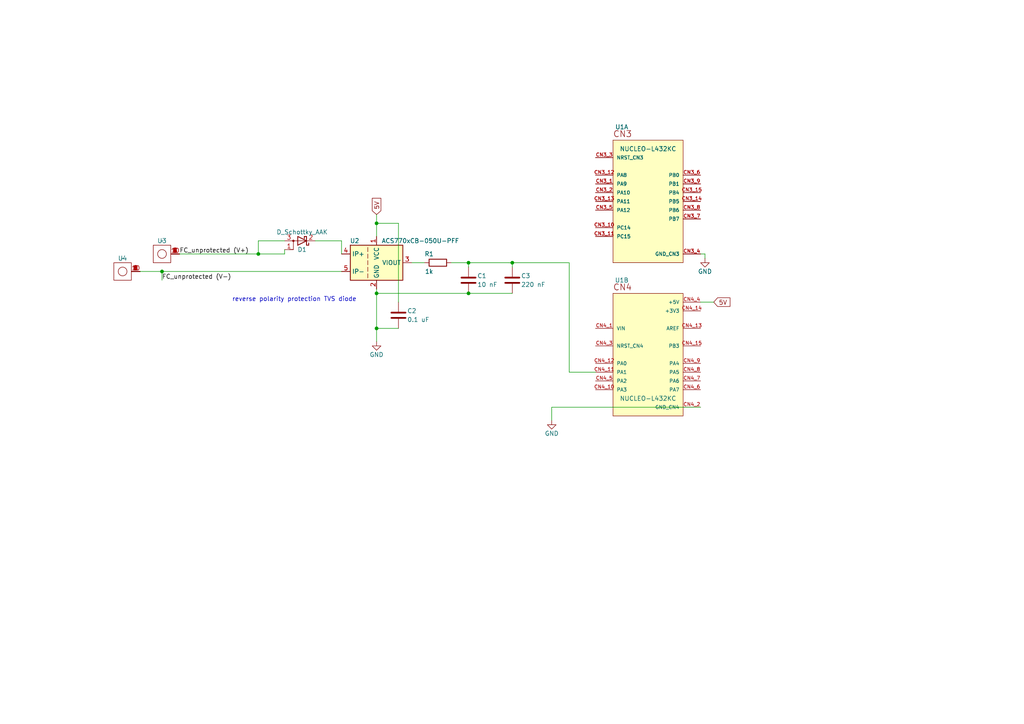
<source format=kicad_sch>
(kicad_sch (version 20230121) (generator eeschema)
  (paper "A4")
  (lib_symbols
    (symbol "Custom-Part-Symbol:NUCLEO-L432KC" (pin_names (offset 1.016))
      (property "Reference" "U" (at -10.16 21.082 0))
      (property "Value" "NUCLEO-L432KC" (at -10.16 -20.32 0))
      (symbol "NUCLEO-L432KC_1_0"
        (rectangle (start -10.16 17.78) (end 10.16 -17.78) (stroke (width 0.1524)) (fill (type background)))
        (text "CN3" (at -10.16 18.542 0) (effects (font (size 1.778 1.778)) (justify left bottom)))
        (pin bidirectional line (at -15.24 5.08 0) (length 5.08) (name "PA9") (number "CN3_1"))
        (pin bidirectional line (at -15.24 -7.62 0) (length 5.08) (name "PC14") (number "CN3_10"))
        (pin bidirectional line (at -15.24 -10.16 0) (length 5.08) (name "PC15") (number "CN3_11"))
        (pin bidirectional line (at -15.24 7.62 0) (length 5.08) (name "PA8") (number "CN3_12"))
        (pin bidirectional line (at -15.24 0 0) (length 5.08) (name "PA11") (number "CN3_13"))
        (pin bidirectional line (at 15.24 0 180) (length 5.08) (name "PB5") (number "CN3_14"))
        (pin bidirectional line (at 15.24 2.54 180) (length 5.08) (name "PB4") (number "CN3_15"))
        (pin bidirectional line (at -15.24 2.54 0) (length 5.08) (name "PA10") (number "CN3_2"))
        (pin bidirectional line (at -15.24 12.7 0) (length 5.08) (name "NRST_CN3") (number "CN3_3"))
        (pin power_in line (at 15.24 -15.24 180) (length 5.08) (name "GND_CN3") (number "CN3_4"))
        (pin bidirectional line (at -15.24 -2.54 0) (length 5.08) (name "PA12") (number "CN3_5"))
        (pin bidirectional line (at 15.24 7.62 180) (length 5.08) (name "PB0") (number "CN3_6"))
        (pin bidirectional line (at 15.24 -5.08 180) (length 5.08) (name "PB7") (number "CN3_7"))
        (pin bidirectional line (at 15.24 -2.54 180) (length 5.08) (name "PB6") (number "CN3_8"))
        (pin bidirectional line (at 15.24 5.08 180) (length 5.08) (name "PB1") (number "CN3_9"))
      )
      (symbol "NUCLEO-L432KC_2_0"
        (rectangle (start -10.16 -17.78) (end 10.16 17.78) (stroke (width 0.1524)) (fill (type background)))
        (text "CN4" (at -10.16 18.542 0) (effects (font (size 1.778 1.778)) (justify left bottom)))
        (pin input line (at -15.24 7.62 0) (length 5.08) (name "VIN") (number "CN4_1"))
        (pin bidirectional line (at -15.24 -10.16 0) (length 5.08) (name "PA3") (number "CN4_10"))
        (pin bidirectional line (at -15.24 -5.08 0) (length 5.08) (name "PA1") (number "CN4_11"))
        (pin bidirectional line (at -15.24 -2.54 0) (length 5.08) (name "PA0") (number "CN4_12"))
        (pin bidirectional line (at 15.24 7.62 180) (length 5.08) (name "AREF") (number "CN4_13"))
        (pin power_in line (at 15.24 12.7 180) (length 5.08) (name "+3V3") (number "CN4_14"))
        (pin bidirectional line (at 15.24 2.54 180) (length 5.08) (name "PB3") (number "CN4_15"))
        (pin power_in line (at 15.24 -15.24 180) (length 5.08) (name "GND_CN4") (number "CN4_2"))
        (pin bidirectional line (at -15.24 2.54 0) (length 5.08) (name "NRST_CN4") (number "CN4_3"))
        (pin power_in line (at 15.24 15.24 180) (length 5.08) (name "+5V") (number "CN4_4"))
        (pin bidirectional line (at -15.24 -7.62 0) (length 5.08) (name "PA2") (number "CN4_5"))
        (pin bidirectional line (at 15.24 -10.16 180) (length 5.08) (name "PA7") (number "CN4_6"))
        (pin bidirectional line (at 15.24 -7.62 180) (length 5.08) (name "PA6") (number "CN4_7"))
        (pin bidirectional line (at 15.24 -5.08 180) (length 5.08) (name "PA5") (number "CN4_8"))
        (pin bidirectional line (at 15.24 -2.54 180) (length 5.08) (name "PA4") (number "CN4_9"))
      )
    )
    (symbol "Device:C" (pin_numbers hide) (pin_names (offset 0.254))
      (property "Reference" "C" (at 0.635 2.54 0))
      (property "Value" "C" (at 0.635 -2.54 0))
      (symbol "C_0_1"
        (polyline (pts (xy -2.032 -0.762) (xy 2.032 -0.762)) (stroke (width 0.508)))
        (polyline (pts (xy -2.032 0.762) (xy 2.032 0.762)) (stroke (width 0.508)))
      )
      (symbol "C_1_1"
        (pin passive line (at 0 3.81 270) (length 2.794) (name "~") (number "1"))
        (pin passive line (at 0 -3.81 90) (length 2.794) (name "~") (number "2"))
      )
    )
    (symbol "Device:D_Schottky_AKA" (pin_names (offset 0) hide)
      (property "Reference" "D" (at 0 2.54 0))
      (property "Value" "D_Schottky_AKA" (at 0 -2.54 0))
      (symbol "D_Schottky_AKA_0_1"
        (polyline (pts (xy 1.27 1.27) (xy 1.27 -1.27) (xy -1.27 0) (xy 1.27 1.27)) (stroke (width 0.254)))
        (polyline (pts (xy 3.81 2.54) (xy 2.54 2.54) (xy 2.54 0) (xy -1.27 0)))
        (polyline (pts (xy -1.905 0.635) (xy -1.905 1.27) (xy -1.27 1.27) (xy -1.27 -1.27) (xy -0.635 -1.27) (xy -0.635 -0.635)) (stroke (width 0.254)))
        (circle (center 2.54 0) (radius 0.254) (fill (type outline)))
      )
      (symbol "D_Schottky_AKA_1_1"
        (pin input line (at 5.08 2.54 180) (length 2.54) (name "A") (number "1"))
        (pin passive line (at -3.81 0 0) (length 2.54) (name "K") (number "2"))
        (pin passive line (at 5.08 0 180) (length 2.54) (name "A") (number "3"))
      )
    )
    (symbol "Device:R" (pin_numbers hide) (pin_names (offset 0))
      (property "Reference" "R" (at 2.032 0 90))
      (property "Value" "R" (at 0 0 90))
      (symbol "R_0_1"
        (rectangle (start -1.016 -2.54) (end 1.016 2.54) (stroke (width 0.254)))
      )
      (symbol "R_1_1"
        (pin passive line (at 0 3.81 270) (length 1.27) (name "~") (number "1"))
        (pin passive line (at 0 -3.81 90) (length 1.27) (name "~") (number "2"))
      )
    )
    (symbol "New_Library:ddyj"
      (property "Reference" "U" (at 0 0 0))
      (symbol "ddyj_0_0"
        (pin unspecified line (at 5.08 -3.81 180) (length 2.54) (name "") (number "1"))
        (pin unspecified line (at 5.08 -3.81 180) (length 2.54) (name "") (number "2"))
        (pin unspecified line (at 5.08 -3.81 180) (length 2.54) (name "") (number "3"))
        (pin unspecified line (at 5.08 -3.81 180) (length 2.54) (name "") (number "4"))
        (pin unspecified line (at 5.08 -3.81 180) (length 2.54) (name "") (number "5"))
        (pin unspecified line (at 5.08 -3.81 180) (length 2.54) (name "") (number "6"))
        (pin unspecified line (at 5.08 -3.81 180) (length 2.54) (name "") (number "7"))
        (pin unspecified line (at 5.08 -3.81 180) (length 2.54) (name "") (number "8"))
        (pin unspecified line (at 5.08 -3.81 180) (length 2.54) (name "") (number "9"))
      )
      (symbol "ddyj_0_1"
        (rectangle (start -2.54 -1.27) (end 2.54 -6.35))
        (circle (center 0 -3.81) (radius 1.27))
      )
      (symbol "ddyj_1_0"
        (pin unspecified line (at 5.08 -3.81 180) (length 2.54) (name "") (number "10"))
      )
    )
    (symbol "Sensor_Current:ACS770xCB-050U-PFF"
      (property "Reference" "U" (at -7.62 6.35 0))
      (property "Value" "ACS770xCB-050U-PFF" (at 2.54 6.35 0))
      (symbol "ACS770xCB-050U-PFF_0_1"
        (rectangle (start -7.62 5.08) (end 7.62 -5.08) (stroke (width 0.254)) (fill (type background)))
        (polyline (pts (xy -2.54 -3.175) (xy -2.54 -4.445)))
        (polyline (pts (xy -2.54 -1.27) (xy -2.54 -2.54)))
        (polyline (pts (xy -2.54 0.635) (xy -2.54 -0.635)))
        (polyline (pts (xy -2.54 1.27) (xy -2.54 2.54)))
        (polyline (pts (xy -2.54 3.175) (xy -2.54 4.445)))
      )
      (symbol "ACS770xCB-050U-PFF_1_1"
        (pin power_in line (at 0 7.62 270) (length 2.54) (name "VCC") (number "1"))
        (pin power_in line (at 0 -7.62 90) (length 2.54) (name "GND") (number "2"))
        (pin output line (at 10.16 0 180) (length 2.54) (name "VIOUT") (number "3"))
        (pin passive line (at -10.16 2.54 0) (length 2.54) (name "IP+") (number "4"))
        (pin passive line (at -10.16 -2.54 0) (length 2.54) (name "IP-") (number "5"))
      )
    )
    (symbol "power:GND" (power) (pin_names (offset 0))
      (property "Value" "GND" (at 0 -3.81 0))
      (symbol "GND_0_1"
        (polyline (pts (xy 0 0) (xy 0 -1.27) (xy 1.27 -1.27) (xy 0 -2.54) (xy -1.27 -1.27) (xy 0 -1.27)))
      )
      (symbol "GND_1_1"
        (pin power_in line (at 0 0 270) (length 0) hide (name "GND") (number "1"))
      )
    )
  )
  (junction (at 109.22 85.09))
  (junction (at 148.59 76.2))
  (junction (at 46.99 78.74))
  (junction (at 109.22 64.77))
  (junction (at 74.93 73.66))
  (junction (at 135.89 85.09))
  (junction (at 135.89 76.2))
  (junction (at 109.22 95.25))
  (wire (pts (xy 46.99 78.74) (xy 99.06 78.74)))
  (wire (pts (xy 74.93 73.66) (xy 82.55 73.66)))
  (wire (pts (xy 46.99 78.74) (xy 40.64 78.74)))
  (wire (pts (xy 52.07 73.66) (xy 74.93 73.66)))
  (wire (pts (xy 148.59 77.47) (xy 148.59 76.2)))
  (wire (pts (xy 74.93 73.66) (xy 74.93 69.85)))
  (wire (pts (xy 82.55 72.39) (xy 82.55 73.66)))
  (wire (pts (xy 135.89 76.2) (xy 135.89 77.47)))
  (wire (pts (xy 135.89 76.2) (xy 148.59 76.2)))
  (wire (pts (xy 109.22 95.25) (xy 109.22 99.06)))
  (wire (pts (xy 109.22 85.09) (xy 109.22 95.25)))
  (wire (pts (xy 46.99 81.28) (xy 46.99 78.74)))
  (wire (pts (xy 119.38 76.2) (xy 123.19 76.2)))
  (wire (pts (xy 99.06 69.85) (xy 99.06 73.66)))
  (wire (pts (xy 165.1 107.95) (xy 165.1 76.2)))
  (wire (pts (xy 160.02 118.11) (xy 203.2 118.11)))
  (wire (pts (xy 74.93 69.85) (xy 82.55 69.85)))
  (wire (pts (xy 115.57 64.77) (xy 109.22 64.77)))
  (wire (pts (xy 160.02 121.92) (xy 160.02 118.11)))
  (wire (pts (xy 109.22 64.77) (xy 109.22 68.58)))
  (wire (pts (xy 130.81 76.2) (xy 135.89 76.2)))
  (wire (pts (xy 109.22 62.23) (xy 109.22 64.77)))
  (wire (pts (xy 109.22 85.09) (xy 135.89 85.09)))
  (wire (pts (xy 204.47 73.66) (xy 203.2 73.66)))
  (wire (pts (xy 109.22 83.82) (xy 109.22 85.09)))
  (wire (pts (xy 115.57 95.25) (xy 109.22 95.25)))
  (wire (pts (xy 91.44 69.85) (xy 99.06 69.85)))
  (wire (pts (xy 135.89 85.09) (xy 148.59 85.09)))
  (wire (pts (xy 172.72 107.95) (xy 165.1 107.95)))
  (wire (pts (xy 203.2 87.63) (xy 207.01 87.63)))
  (wire (pts (xy 148.59 76.2) (xy 165.1 76.2)))
  (wire (pts (xy 115.57 64.77) (xy 115.57 87.63)))
  (wire (pts (xy 204.47 73.66) (xy 204.47 74.93)))
  (text_box "input:\nfuel cell V+, V-\n\noutput:\ncurrent, voltage\n\nother things:\nplacement of nucleo onboard w/ standoff pins\nUSB data output for reading and collection \nisolated gnd planes between FC_in and rest of ckt" (at 307.34 39.37 0) (size 243.84 86.36) (effects (font (size 5 5)) (justify left top)))
  (text "reverse polarity protection TVS diode" (at 67.31 87.63 0) (effects (font (size 1.27 1.27)) (justify left bottom)))
  (label "FC_unprotected (V-)" (at 46.99 81.28 0))
  (label "FC_unprotected (V+)" (at 52.07 73.66 0))
  (global_label "5V" (shape input) (at 207.01 87.63 0) (property "Intersheetrefs" "${INTERSHEET_REFS}" (effects hide)))
  (global_label "5V" (shape input) (at 109.22 62.23 90) (property "Intersheetrefs" "${INTERSHEET_REFS}" (effects hide)))
  (symbol (lib_id "Custom-Part-Symbol:NUCLEO-L432KC") (at 187.96 102.87 0) (unit 2)
    (property "Reference" "U1" (at 180.34 81.28 0))
    (property "Value" "NUCLEO-L432KC" (at 187.96 115.57 0))
    (property "Footprint" "Custom-Part-Footprint:NUCLEO-L432KC" (effects hide))
    (property "DigiKey_Part_Number" "497-16592-ND" (effects hide))
    (property "MF" "STMicroelectronics" (effects hide))
    (property "MAXIMUM_PACKAGE_HEIGHT" "N/A" (effects hide))
    (property "Package" "None" (effects hide))
    (property "Check_prices" "https://www.snapeda.com/parts/NUCLEO-L432KC/STMicroelectronics/view-part/?ref=eda" (effects hide))
    (property "STANDARD" "Manufacturer Recommendations" (effects hide))
    (property "PARTREV" "N/A" (effects hide))
    (property "SnapEDA_Link" "https://www.snapeda.com/parts/NUCLEO-L432KC/STMicroelectronics/view-part/?ref=snap" (effects hide))
    (property "MP" "NUCLEO-L432KC" (effects hide))
    (property "Purchase-URL" "https://www.snapeda.com/api/url_track_click_mouser/?unipart_id=628463&manufacturer=STMicroelectronics&part_name=NUCLEO-L432KC&search_term=None" (effects hide))
    (property "Description" "\nSTM32L432KC, mbed-Enabled Development Nucleo-32 STM32L4 ARM® Cortex®-M4 MCU 32-Bit Embedded Evaluation Board\n" (effects hide))
    (property "MANUFACTURER" "ST Microelectronics" (effects hide))
  )
  (symbol (lib_id "New_Library:ddyj") (at 35.56 74.93 0) (unit 1)
    (property "Reference" "U4" (at 35.56 74.93 0))
    (property "Value" "~" (at 35.56 74.93 0))
    (property "Footprint" "Library:10pinscrew_throughhole" (effects hide))
  )
  (symbol (lib_id "power:GND") (at 109.22 99.06 0) (unit 1)
    (property "Reference" "#PWR03" (effects hide))
    (property "Value" "GND" (at 109.22 102.87 0))
  )
  (symbol (lib_id "Device:R") (at 127 76.2 270) (unit 1)
    (property "Reference" "R1" (at 124.46 73.66 90))
    (property "Value" "1k" (at 124.46 78.74 90))
  )
  (symbol (lib_id "power:GND") (at 160.02 121.92 0) (unit 1)
    (property "Reference" "#PWR01" (effects hide))
    (property "Value" "GND" (at 160.02 125.73 0))
  )
  (symbol (lib_id "New_Library:ddyj") (at 46.99 69.85 0) (unit 1)
    (property "Reference" "U3" (at 46.99 69.85 0))
    (property "Value" "~" (at 46.99 69.85 0))
    (property "Footprint" "Library:10pinscrew_throughhole" (effects hide))
  )
  (symbol (lib_id "Custom-Part-Symbol:NUCLEO-L432KC") (at 187.96 58.42 0) (unit 1)
    (property "Reference" "U1" (at 180.34 36.83 0))
    (property "Value" "NUCLEO-L432KC" (at 187.96 43.18 0))
    (property "Footprint" "Custom-Part-Footprint:NUCLEO-L432KC" (effects hide))
    (property "DigiKey_Part_Number" "497-16592-ND" (effects hide))
    (property "MF" "STMicroelectronics" (effects hide))
    (property "MAXIMUM_PACKAGE_HEIGHT" "N/A" (effects hide))
    (property "Package" "None" (effects hide))
    (property "Check_prices" "https://www.snapeda.com/parts/NUCLEO-L432KC/STMicroelectronics/view-part/?ref=eda" (effects hide))
    (property "STANDARD" "Manufacturer Recommendations" (effects hide))
    (property "PARTREV" "N/A" (effects hide))
    (property "SnapEDA_Link" "https://www.snapeda.com/parts/NUCLEO-L432KC/STMicroelectronics/view-part/?ref=snap" (effects hide))
    (property "MP" "NUCLEO-L432KC" (effects hide))
    (property "Purchase-URL" "https://www.snapeda.com/api/url_track_click_mouser/?unipart_id=628463&manufacturer=STMicroelectronics&part_name=NUCLEO-L432KC&search_term=None" (effects hide))
    (property "Description" "\nSTM32L432KC, mbed-Enabled Development Nucleo-32 STM32L4 ARM® Cortex®-M4 MCU 32-Bit Embedded Evaluation Board\n" (effects hide))
    (property "MANUFACTURER" "ST Microelectronics" (effects hide))
  )
  (symbol (lib_id "Device:C") (at 135.89 81.28 0) (unit 1)
    (property "Reference" "C1" (at 138.43 80.01 0) (effects (justify left)))
    (property "Value" "10 nF" (at 138.43 82.55 0) (effects (justify left)))
  )
  (symbol (lib_id "Sensor_Current:ACS770xCB-050U-PFF") (at 109.22 76.2 0) (unit 1)
    (property "Reference" "U2" (at 102.87 69.85 0))
    (property "Value" "ACS770xCB-050U-PFF" (at 121.92 69.85 0))
    (property "Footprint" "Sensor_Current:Allegro_CB_PFF" (effects hide))
    (property "Datasheet" "http://www.allegromicro.com/~/media/Files/Datasheets/ACS758-Datasheet.ashx?la=en" (effects hide))
  )
  (symbol (lib_id "Device:C") (at 115.57 91.44 0) (unit 1)
    (property "Reference" "C2" (at 118.11 90.17 0) (effects (justify left)))
    (property "Value" "0.1 uF" (at 118.11 92.71 0) (effects (justify left)))
  )
  (symbol (lib_id "Device:D_Schottky_AKA") (at 87.63 69.85 180) (unit 1)
    (property "Reference" "D1" (at 87.63 72.39 0))
    (property "Value" "D_Schottky_AAK" (at 87.63 67.31 0))
    (property "Footprint" "Package_TO_SOT_SMD:TO-263-2" (effects hide))
  )
  (symbol (lib_id "Device:C") (at 148.59 81.28 0) (unit 1)
    (property "Reference" "C3" (at 151.13 80.01 0) (effects (justify left)))
    (property "Value" "220 nF" (at 151.13 82.55 0) (effects (justify left)))
  )
  (symbol (lib_id "power:GND") (at 204.47 74.93 0) (unit 1)
    (property "Reference" "#PWR02" (effects hide))
    (property "Value" "GND" (at 204.47 78.74 0))
  )
)
</source>
